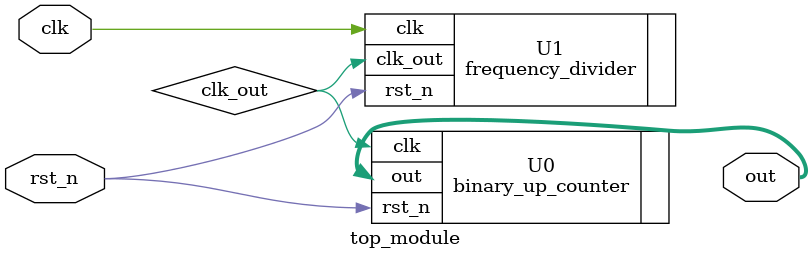
<source format=v>
`timescale 1ns / 1ps


module top_module(
    out,    //LED output
    rst_n,  //global reset
    clk     //global clock
    );
output [3:0] out;
input rst_n;
input clk;
wire clk_out;

binary_up_counter U0(
    .out(out),        //LED output
    .clk(clk_out),    //clock after drequency divider
    .rst_n(rst_n)     //global rst
);

frequency_divider U1(
    .clk(clk),    //global clock
    .rst_n(rst_n),  //global rst
    .clk_out(clk_out) //divider clock output
);

endmodule

</source>
